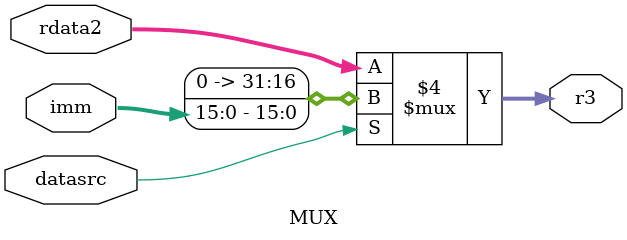
<source format=v>
`timescale 1ns / 1ps

module MUX (rdata2,imm,datasrc,r3);
input [31:0] rdata2; // Read data 2 input to MUX
input [15:0] imm; // Immediate data to MUX
input datasrc; // Select line to MUX
output reg [31:0] r3; //Output of MUX

always @ (datasrc or rdata2 or imm)
begin
if (datasrc == 0) begin
r3 = rdata2;
end
else
begin
r3 = {16'd0,imm};
end
end
endmodule

</source>
